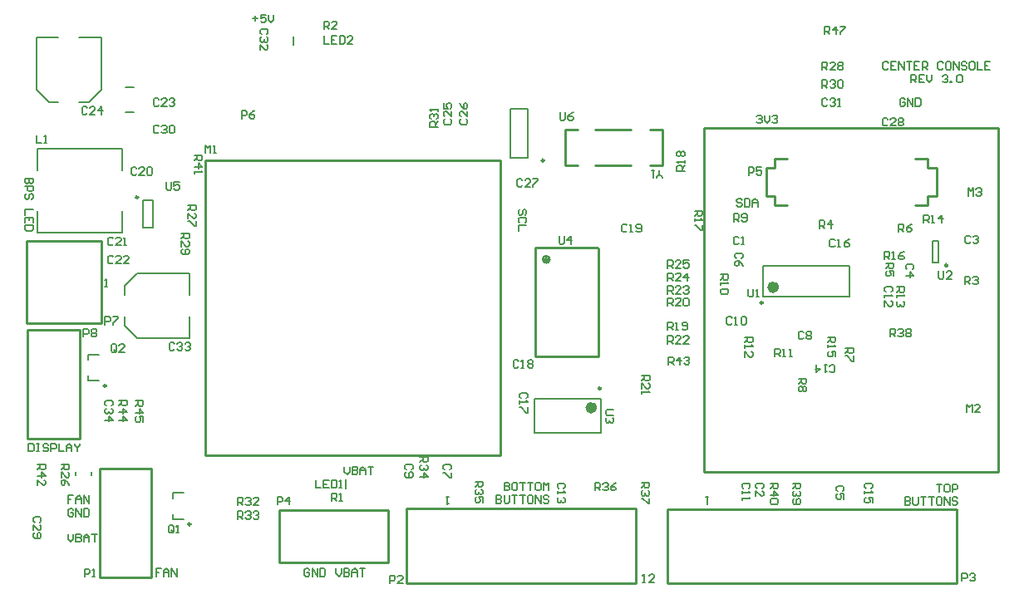
<source format=gto>
G04*
G04 #@! TF.GenerationSoftware,Altium Limited,Altium Designer,19.0.14 (431)*
G04*
G04 Layer_Color=65535*
%FSLAX25Y25*%
%MOIN*%
G70*
G01*
G75*
%ADD10C,0.00984*%
%ADD11C,0.02362*%
%ADD12C,0.01000*%
%ADD13C,0.00787*%
%ADD14C,0.00591*%
D10*
X210291Y174075D02*
G03*
X210291Y174075I-492J0D01*
G01*
X34744Y83661D02*
G03*
X34744Y83661I-492J0D01*
G01*
X372146Y131988D02*
G03*
X372146Y131988I-492J0D01*
G01*
X68602Y28150D02*
G03*
X68602Y28150I-492J0D01*
G01*
X233106Y82677D02*
G03*
X233106Y82677I-492J0D01*
G01*
X47539Y159350D02*
G03*
X47539Y159350I-492J0D01*
G01*
X298051Y116929D02*
G03*
X298051Y116929I-492J0D01*
G01*
D11*
X230449Y74902D02*
G03*
X230449Y74902I-1181J0D01*
G01*
X303405Y123228D02*
G03*
X303405Y123228I-1181J0D01*
G01*
D12*
X212541Y134370D02*
G03*
X212541Y134370I-1321J0D01*
G01*
X211614D02*
G03*
X211614Y134370I-394J0D01*
G01*
X218665Y172061D02*
X223665D01*
X218665Y186561D02*
X223665D01*
X218665Y172061D02*
Y186561D01*
X230665Y172061D02*
X245165D01*
X230665Y186561D02*
X245165D01*
X257665Y172061D02*
Y186561D01*
X252665Y172061D02*
X257665D01*
X252665Y186561D02*
X257665D01*
X3268Y90945D02*
Y106023D01*
X24134D01*
X3268Y62423D02*
X24134D01*
Y106023D01*
X3268Y62423D02*
Y94882D01*
X32008Y35433D02*
Y50511D01*
X52874D01*
X32008Y6911D02*
X52874D01*
Y50511D01*
X32008Y6911D02*
Y39370D01*
X367815Y159941D02*
Y170965D01*
X364272Y156004D02*
Y159941D01*
Y170965D02*
X367815D01*
X364272D02*
Y174902D01*
Y159941D02*
X367815D01*
X299311Y170965D02*
X302854D01*
Y156004D02*
Y159941D01*
X299311D02*
X302854D01*
Y170965D02*
Y174902D01*
X299311Y159941D02*
Y170965D01*
X359154Y174902D02*
X364272D01*
X359154Y156004D02*
X364272D01*
X302854Y174902D02*
X307972D01*
X302854Y156004D02*
X307972D01*
X375709Y4350D02*
Y34271D01*
X259764Y4350D02*
X375709D01*
X259764D02*
Y34271D01*
X375709D01*
X155118Y34468D02*
X247244D01*
X155118Y4547D02*
Y34468D01*
Y4547D02*
X247244D01*
Y34468D01*
X74412Y174016D02*
X74412Y55905D01*
X192913D01*
X192913Y174016D02*
X192913Y55905D01*
X74412Y174016D02*
X192913D01*
X115354Y12814D02*
X147813D01*
X104213Y33681D02*
X147813D01*
Y12814D02*
Y33681D01*
X104213Y12814D02*
Y33681D01*
Y12814D02*
X119291D01*
X32677Y108661D02*
Y141732D01*
X2756D02*
X32677D01*
X2756Y108661D02*
Y141732D01*
Y108661D02*
X32677D01*
X232087Y95591D02*
Y138898D01*
X206693Y95591D02*
X232087D01*
X206693D02*
Y139094D01*
X231890D01*
X274606Y49213D02*
Y187106D01*
Y49213D02*
X392618Y49213D01*
Y187106D01*
X274606D02*
X392618D01*
D13*
X196807Y194764D02*
X203894D01*
X196807Y175079D02*
X203894D01*
X196807D02*
Y194764D01*
X203894Y175079D02*
Y194764D01*
X27559Y94095D02*
Y96260D01*
X31890D01*
X27559Y85630D02*
Y87795D01*
Y85630D02*
X31890D01*
X42126Y119980D02*
Y123770D01*
X47096Y128740D01*
X42126Y107726D02*
X47096Y102756D01*
X42126Y107726D02*
Y111516D01*
X47096Y128740D02*
X68110D01*
Y119980D02*
Y128740D01*
Y102756D02*
Y111516D01*
X47096Y102756D02*
X68110D01*
X366142Y133071D02*
X368504D01*
X366142Y141732D02*
X368504D01*
Y133071D02*
Y141732D01*
X366142Y133071D02*
Y141732D01*
X61417Y38583D02*
Y40748D01*
X65748D01*
X61417Y30118D02*
Y32283D01*
Y30118D02*
X65748D01*
X41240Y144981D02*
Y153839D01*
X6988Y144981D02*
Y153839D01*
X41240Y169981D02*
Y178839D01*
X6988Y169981D02*
Y178839D01*
Y144981D02*
X41240D01*
X6988Y178839D02*
X41240D01*
X206433Y78445D02*
X233205D01*
X206433Y64665D02*
X233205D01*
Y78445D01*
X206433Y64665D02*
Y78445D01*
X49508Y158268D02*
X53445D01*
X49508Y147244D02*
X53445D01*
X49508D02*
Y158268D01*
X53445Y147244D02*
Y158268D01*
X11663Y197441D02*
X15453D01*
X6693Y202411D02*
X11663Y197441D01*
X27707D02*
X32677Y202411D01*
X23917Y197441D02*
X27707D01*
X6693Y202411D02*
Y223425D01*
X15453D01*
X23917D02*
X32677D01*
Y202411D02*
Y223425D01*
X22441Y47638D02*
Y49213D01*
X28937Y47638D02*
Y49213D01*
X42555Y203307D02*
X45705D01*
X42555Y193465D02*
X45705D01*
X298287Y119291D02*
X332933D01*
X298287Y131890D02*
X332933D01*
X298287Y119291D02*
Y131890D01*
X332933Y119291D02*
Y131890D01*
D14*
X130773Y42507D02*
Y46091D01*
X109760Y220302D02*
Y223887D01*
X367755Y44171D02*
X369854D01*
X368805D01*
Y41022D01*
X372478Y44171D02*
X371428D01*
X370904Y43646D01*
Y41547D01*
X371428Y41022D01*
X372478D01*
X373003Y41547D01*
Y43646D01*
X372478Y44171D01*
X374052Y41022D02*
Y44171D01*
X375626D01*
X376151Y43646D01*
Y42597D01*
X375626Y42072D01*
X374052D01*
X355161Y38975D02*
Y35827D01*
X356735D01*
X357260Y36351D01*
Y36876D01*
X356735Y37401D01*
X355161D01*
X356735D01*
X357260Y37926D01*
Y38451D01*
X356735Y38975D01*
X355161D01*
X358309D02*
Y36351D01*
X358834Y35827D01*
X359884D01*
X360408Y36351D01*
Y38975D01*
X361458D02*
X363557D01*
X362507D01*
Y35827D01*
X364606Y38975D02*
X366705D01*
X365656D01*
Y35827D01*
X369329Y38975D02*
X368280D01*
X367755Y38451D01*
Y36351D01*
X368280Y35827D01*
X369329D01*
X369854Y36351D01*
Y38451D01*
X369329Y38975D01*
X370904Y35827D02*
Y38975D01*
X373003Y35827D01*
Y38975D01*
X376151Y38451D02*
X375626Y38975D01*
X374577D01*
X374052Y38451D01*
Y37926D01*
X374577Y37401D01*
X375626D01*
X376151Y36876D01*
Y36351D01*
X375626Y35827D01*
X374577D01*
X374052Y36351D01*
X21587Y39626D02*
X19488D01*
Y38052D01*
X20538D01*
X19488D01*
Y36478D01*
X22637D02*
Y38577D01*
X23686Y39626D01*
X24736Y38577D01*
Y36478D01*
Y38052D01*
X22637D01*
X25785Y36478D02*
Y39626D01*
X27884Y36478D01*
Y39626D01*
X21587Y33906D02*
X21062Y34431D01*
X20013D01*
X19488Y33906D01*
Y31807D01*
X20013Y31282D01*
X21062D01*
X21587Y31807D01*
Y32856D01*
X20538D01*
X22637Y31282D02*
Y34431D01*
X24736Y31282D01*
Y34431D01*
X25785D02*
Y31282D01*
X27360D01*
X27884Y31807D01*
Y33906D01*
X27360Y34431D01*
X25785D01*
X5370Y166936D02*
X2222D01*
Y165362D01*
X2747Y164837D01*
X3271D01*
X3796Y165362D01*
Y166936D01*
Y165362D01*
X4321Y164837D01*
X4846D01*
X5370Y165362D01*
Y166936D01*
X2222Y163787D02*
X5370D01*
Y162213D01*
X4846Y161688D01*
X3796D01*
X3271Y162213D01*
Y163787D01*
X4846Y158540D02*
X5370Y159064D01*
Y160114D01*
X4846Y160639D01*
X4321D01*
X3796Y160114D01*
Y159064D01*
X3271Y158540D01*
X2747D01*
X2222Y159064D01*
Y160114D01*
X2747Y160639D01*
X5370Y154341D02*
X2222D01*
Y152243D01*
X5370Y149094D02*
Y151193D01*
X2222D01*
Y149094D01*
X3796Y151193D02*
Y150143D01*
X5370Y148044D02*
X2222D01*
Y146470D01*
X2747Y145945D01*
X4846D01*
X5370Y146470D01*
Y148044D01*
X194329Y44899D02*
Y41750D01*
X195904D01*
X196428Y42275D01*
Y42800D01*
X195904Y43325D01*
X194329D01*
X195904D01*
X196428Y43849D01*
Y44374D01*
X195904Y44899D01*
X194329D01*
X199052D02*
X198003D01*
X197478Y44374D01*
Y42275D01*
X198003Y41750D01*
X199052D01*
X199577Y42275D01*
Y44374D01*
X199052Y44899D01*
X200626D02*
X202726D01*
X201676D01*
Y41750D01*
X203775Y44899D02*
X205874D01*
X204824D01*
Y41750D01*
X208498Y44899D02*
X207448D01*
X206924Y44374D01*
Y42275D01*
X207448Y41750D01*
X208498D01*
X209023Y42275D01*
Y44374D01*
X208498Y44899D01*
X210072Y41750D02*
Y44899D01*
X211122Y43849D01*
X212171Y44899D01*
Y41750D01*
X191181Y39703D02*
Y36555D01*
X192755D01*
X193280Y37079D01*
Y37604D01*
X192755Y38129D01*
X191181D01*
X192755D01*
X193280Y38654D01*
Y39178D01*
X192755Y39703D01*
X191181D01*
X194329D02*
Y37079D01*
X194854Y36555D01*
X195904D01*
X196428Y37079D01*
Y39703D01*
X197478D02*
X199577D01*
X198527D01*
Y36555D01*
X200626Y39703D02*
X202726D01*
X201676D01*
Y36555D01*
X205349Y39703D02*
X204300D01*
X203775Y39178D01*
Y37079D01*
X204300Y36555D01*
X205349D01*
X205874Y37079D01*
Y39178D01*
X205349Y39703D01*
X206924Y36555D02*
Y39703D01*
X209023Y36555D01*
Y39703D01*
X212171Y39178D02*
X211647Y39703D01*
X210597D01*
X210072Y39178D01*
Y38654D01*
X210597Y38129D01*
X211647D01*
X212171Y37604D01*
Y37079D01*
X211647Y36555D01*
X210597D01*
X210072Y37079D01*
X348358Y213134D02*
X347834Y213659D01*
X346784D01*
X346259Y213134D01*
Y211035D01*
X346784Y210511D01*
X347834D01*
X348358Y211035D01*
X351507Y213659D02*
X349408D01*
Y210511D01*
X351507D01*
X349408Y212085D02*
X350457D01*
X352556Y210511D02*
Y213659D01*
X354656Y210511D01*
Y213659D01*
X355705D02*
X357804D01*
X356755D01*
Y210511D01*
X360953Y213659D02*
X358854D01*
Y210511D01*
X360953D01*
X358854Y212085D02*
X359903D01*
X362002Y210511D02*
Y213659D01*
X363577D01*
X364101Y213134D01*
Y212085D01*
X363577Y211560D01*
X362002D01*
X363052D02*
X364101Y210511D01*
X370398Y213134D02*
X369874Y213659D01*
X368824D01*
X368299Y213134D01*
Y211035D01*
X368824Y210511D01*
X369874D01*
X370398Y211035D01*
X373022Y213659D02*
X371973D01*
X371448Y213134D01*
Y211035D01*
X371973Y210511D01*
X373022D01*
X373547Y211035D01*
Y213134D01*
X373022Y213659D01*
X374597Y210511D02*
Y213659D01*
X376696Y210511D01*
Y213659D01*
X379844Y213134D02*
X379320Y213659D01*
X378270D01*
X377745Y213134D01*
Y212610D01*
X378270Y212085D01*
X379320D01*
X379844Y211560D01*
Y211035D01*
X379320Y210511D01*
X378270D01*
X377745Y211035D01*
X382468Y213659D02*
X381418D01*
X380894Y213134D01*
Y211035D01*
X381418Y210511D01*
X382468D01*
X382993Y211035D01*
Y213134D01*
X382468Y213659D01*
X384042D02*
Y210511D01*
X386141D01*
X389290Y213659D02*
X387191D01*
Y210511D01*
X389290D01*
X387191Y212085D02*
X388241D01*
X357542Y205315D02*
Y208464D01*
X359116D01*
X359641Y207939D01*
Y206889D01*
X359116Y206364D01*
X357542D01*
X358591D02*
X359641Y205315D01*
X362789Y208464D02*
X360690D01*
Y205315D01*
X362789D01*
X360690Y206889D02*
X361740D01*
X363839Y208464D02*
Y206364D01*
X364888Y205315D01*
X365938Y206364D01*
Y208464D01*
X370136Y207939D02*
X370661Y208464D01*
X371710D01*
X372235Y207939D01*
Y207414D01*
X371710Y206889D01*
X371186D01*
X371710D01*
X372235Y206364D01*
Y205840D01*
X371710Y205315D01*
X370661D01*
X370136Y205840D01*
X373285Y205315D02*
Y205840D01*
X373809D01*
Y205315D01*
X373285D01*
X375908Y207939D02*
X376433Y208464D01*
X377483D01*
X378008Y207939D01*
Y205840D01*
X377483Y205315D01*
X376433D01*
X375908Y205840D01*
Y207939D01*
X322835Y224791D02*
Y227940D01*
X324409D01*
X324934Y227415D01*
Y226366D01*
X324409Y225841D01*
X322835D01*
X323884D02*
X324934Y224791D01*
X327558D02*
Y227940D01*
X325983Y226366D01*
X328082D01*
X329132Y227940D02*
X331231D01*
Y227415D01*
X329132Y225316D01*
Y224791D01*
X56767Y10404D02*
X54668D01*
Y8830D01*
X55717D01*
X54668D01*
Y7256D01*
X57816D02*
Y9355D01*
X58866Y10404D01*
X59915Y9355D01*
Y7256D01*
Y8830D01*
X57816D01*
X60965Y7256D02*
Y10404D01*
X63064Y7256D01*
Y10404D01*
X3641Y60476D02*
Y57328D01*
X5216D01*
X5741Y57853D01*
Y59952D01*
X5216Y60476D01*
X3641D01*
X6790D02*
X7840D01*
X7315D01*
Y57328D01*
X6790D01*
X7840D01*
X11513Y59952D02*
X10988Y60476D01*
X9939D01*
X9414Y59952D01*
Y59427D01*
X9939Y58902D01*
X10988D01*
X11513Y58377D01*
Y57853D01*
X10988Y57328D01*
X9939D01*
X9414Y57853D01*
X12562Y57328D02*
Y60476D01*
X14137D01*
X14662Y59952D01*
Y58902D01*
X14137Y58377D01*
X12562D01*
X15711Y60476D02*
Y57328D01*
X17810D01*
X18860D02*
Y59427D01*
X19909Y60476D01*
X20959Y59427D01*
Y57328D01*
Y58902D01*
X18860D01*
X22008Y60476D02*
Y59952D01*
X23058Y58902D01*
X24107Y59952D01*
Y60476D01*
X23058Y58902D02*
Y57328D01*
X201616Y166108D02*
X201092Y166633D01*
X200042D01*
X199517Y166108D01*
Y164009D01*
X200042Y163484D01*
X201092D01*
X201616Y164009D01*
X204765Y163484D02*
X202666D01*
X204765Y165583D01*
Y166108D01*
X204240Y166633D01*
X203191D01*
X202666Y166108D01*
X205815Y166633D02*
X207914D01*
Y166108D01*
X205815Y164009D01*
Y163484D01*
X257665Y167004D02*
Y167529D01*
X256616Y168578D01*
X255566Y167529D01*
Y167004D01*
X256616Y168578D02*
Y170153D01*
X254517D02*
X253467D01*
X253992D01*
Y167004D01*
X254517Y167529D01*
X216732Y193409D02*
Y190785D01*
X217256Y190260D01*
X218306D01*
X218831Y190785D01*
Y193409D01*
X221979D02*
X220930Y192884D01*
X219880Y191835D01*
Y190785D01*
X220405Y190260D01*
X221455D01*
X221979Y190785D01*
Y191310D01*
X221455Y191835D01*
X219880D01*
X167772Y187524D02*
X164623D01*
Y189098D01*
X165148Y189623D01*
X166197D01*
X166722Y189098D01*
Y187524D01*
Y188574D02*
X167772Y189623D01*
X165148Y190673D02*
X164623Y191197D01*
Y192247D01*
X165148Y192772D01*
X165673D01*
X166197Y192247D01*
Y191722D01*
Y192247D01*
X166722Y192772D01*
X167247D01*
X167772Y192247D01*
Y191197D01*
X167247Y190673D01*
X167772Y193821D02*
Y194871D01*
Y194346D01*
X164623D01*
X165148Y193821D01*
X177010Y190701D02*
X176486Y190177D01*
Y189127D01*
X177010Y188602D01*
X179109D01*
X179634Y189127D01*
Y190177D01*
X179109Y190701D01*
X179634Y193850D02*
Y191751D01*
X177535Y193850D01*
X177010D01*
X176486Y193325D01*
Y192276D01*
X177010Y191751D01*
X176486Y196999D02*
X177010Y195949D01*
X178060Y194899D01*
X179109D01*
X179634Y195424D01*
Y196474D01*
X179109Y196999D01*
X178585D01*
X178060Y196474D01*
Y194899D01*
X170605Y190701D02*
X170080Y190177D01*
Y189127D01*
X170605Y188602D01*
X172704D01*
X173228Y189127D01*
Y190177D01*
X172704Y190701D01*
X173228Y193850D02*
Y191751D01*
X171129Y193850D01*
X170605D01*
X170080Y193325D01*
Y192276D01*
X170605Y191751D01*
X170080Y196999D02*
Y194899D01*
X171654D01*
X171129Y195949D01*
Y196474D01*
X171654Y196999D01*
X172704D01*
X173228Y196474D01*
Y195424D01*
X172704Y194899D01*
X380432Y159846D02*
Y162994D01*
X381482Y161945D01*
X382531Y162994D01*
Y159846D01*
X383581Y162469D02*
X384105Y162994D01*
X385155D01*
X385680Y162469D01*
Y161945D01*
X385155Y161420D01*
X384630D01*
X385155D01*
X385680Y160895D01*
Y160370D01*
X385155Y159846D01*
X384105D01*
X383581Y160370D01*
X379921Y73102D02*
Y76250D01*
X380971Y75201D01*
X382020Y76250D01*
Y73102D01*
X385169D02*
X383070D01*
X385169Y75201D01*
Y75725D01*
X384644Y76250D01*
X383595D01*
X383070Y75725D01*
X276299Y39192D02*
X275250D01*
X275775D01*
Y36044D01*
X276299Y36569D01*
X249843Y4813D02*
X250892D01*
X250367D01*
Y7962D01*
X249843Y7437D01*
X254565Y4813D02*
X252466D01*
X254565Y6912D01*
Y7437D01*
X254041Y7962D01*
X252991D01*
X252466Y7437D01*
X172047Y39192D02*
X170998D01*
X171522D01*
Y36044D01*
X172047Y36569D01*
X34252Y123409D02*
X35302D01*
X34777D01*
Y126558D01*
X34252Y126033D01*
X130271Y51251D02*
Y49152D01*
X131320Y48103D01*
X132370Y49152D01*
Y51251D01*
X133419D02*
Y48103D01*
X134993D01*
X135518Y48628D01*
Y49152D01*
X134993Y49677D01*
X133419D01*
X134993D01*
X135518Y50202D01*
Y50727D01*
X134993Y51251D01*
X133419D01*
X136568Y48103D02*
Y50202D01*
X137617Y51251D01*
X138667Y50202D01*
Y48103D01*
Y49677D01*
X136568D01*
X139716Y51251D02*
X141815D01*
X140766D01*
Y48103D01*
X19488Y24211D02*
Y22111D01*
X20538Y21062D01*
X21587Y22111D01*
Y24211D01*
X22637D02*
Y21062D01*
X24211D01*
X24736Y21587D01*
Y22111D01*
X24211Y22636D01*
X22637D01*
X24211D01*
X24736Y23161D01*
Y23686D01*
X24211Y24211D01*
X22637D01*
X25785Y21062D02*
Y23161D01*
X26835Y24211D01*
X27884Y23161D01*
Y21062D01*
Y22636D01*
X25785D01*
X28934Y24211D02*
X31033D01*
X29983D01*
Y21062D01*
X116272Y9880D02*
X115747Y10404D01*
X114698D01*
X114173Y9880D01*
Y7781D01*
X114698Y7256D01*
X115747D01*
X116272Y7781D01*
Y8830D01*
X115223D01*
X117322Y7256D02*
Y10404D01*
X119421Y7256D01*
Y10404D01*
X120470D02*
Y7256D01*
X122045D01*
X122570Y7781D01*
Y9880D01*
X122045Y10404D01*
X120470D01*
X126969D02*
Y8305D01*
X128018Y7256D01*
X129068Y8305D01*
Y10404D01*
X130117D02*
Y7256D01*
X131691D01*
X132216Y7781D01*
Y8305D01*
X131691Y8830D01*
X130117D01*
X131691D01*
X132216Y9355D01*
Y9880D01*
X131691Y10404D01*
X130117D01*
X133266Y7256D02*
Y9355D01*
X134315Y10404D01*
X135365Y9355D01*
Y7256D01*
Y8830D01*
X133266D01*
X136414Y10404D02*
X138513D01*
X137464D01*
Y7256D01*
X46405Y77658D02*
X49553D01*
Y76083D01*
X49029Y75558D01*
X47979D01*
X47454Y76083D01*
Y77658D01*
Y76608D02*
X46405Y75558D01*
Y72935D02*
X49553D01*
X47979Y74509D01*
Y72410D01*
X49553Y69261D02*
Y71360D01*
X47979D01*
X48504Y70311D01*
Y69786D01*
X47979Y69261D01*
X46930D01*
X46405Y69786D01*
Y70836D01*
X46930Y71360D01*
X39920Y77756D02*
X43069D01*
Y76182D01*
X42544Y75657D01*
X41495D01*
X40970Y76182D01*
Y77756D01*
Y76706D02*
X39920Y75657D01*
Y73033D02*
X43069D01*
X41495Y74607D01*
Y72508D01*
X39920Y69884D02*
X43069D01*
X41495Y71459D01*
Y69360D01*
X38880Y97715D02*
Y99814D01*
X38355Y100339D01*
X37305D01*
X36781Y99814D01*
Y97715D01*
X37305Y97190D01*
X38355D01*
X37830Y98240D02*
X38880Y97190D01*
X38355D02*
X38880Y97715D01*
X42028Y97190D02*
X39929D01*
X42028Y99289D01*
Y99814D01*
X41504Y100339D01*
X40454D01*
X39929Y99814D01*
X25607Y103373D02*
Y106522D01*
X27181D01*
X27706Y105997D01*
Y104948D01*
X27181Y104423D01*
X25607D01*
X28756Y105997D02*
X29280Y106522D01*
X30330D01*
X30854Y105997D01*
Y105472D01*
X30330Y104948D01*
X30854Y104423D01*
Y103898D01*
X30330Y103373D01*
X29280D01*
X28756Y103898D01*
Y104423D01*
X29280Y104948D01*
X28756Y105472D01*
Y105997D01*
X29280Y104948D02*
X30330D01*
X36876Y75657D02*
X37400Y76182D01*
Y77231D01*
X36876Y77756D01*
X34777D01*
X34252Y77231D01*
Y76182D01*
X34777Y75657D01*
X36876Y74607D02*
X37400Y74083D01*
Y73033D01*
X36876Y72508D01*
X36351D01*
X35826Y73033D01*
Y73558D01*
Y73033D01*
X35302Y72508D01*
X34777D01*
X34252Y73033D01*
Y74083D01*
X34777Y74607D01*
X34252Y69884D02*
X37400D01*
X35826Y71459D01*
Y69360D01*
X70079Y176181D02*
X73227D01*
Y174607D01*
X72703Y174082D01*
X71653D01*
X71128Y174607D01*
Y176181D01*
Y175132D02*
X70079Y174082D01*
Y171458D02*
X73227D01*
X71653Y173032D01*
Y170933D01*
X70079Y169884D02*
Y168834D01*
Y169359D01*
X73227D01*
X72703Y169884D01*
X62148Y100459D02*
X61623Y100983D01*
X60574D01*
X60049Y100459D01*
Y98359D01*
X60574Y97835D01*
X61623D01*
X62148Y98359D01*
X63198Y100459D02*
X63722Y100983D01*
X64772D01*
X65297Y100459D01*
Y99934D01*
X64772Y99409D01*
X64247D01*
X64772D01*
X65297Y98884D01*
Y98359D01*
X64772Y97835D01*
X63722D01*
X63198Y98359D01*
X66346Y100459D02*
X66871Y100983D01*
X67921D01*
X68445Y100459D01*
Y99934D01*
X67921Y99409D01*
X67396D01*
X67921D01*
X68445Y98884D01*
Y98359D01*
X67921Y97835D01*
X66871D01*
X66346Y98359D01*
X160630Y55103D02*
X163778D01*
Y53528D01*
X163254Y53004D01*
X162204D01*
X161679Y53528D01*
Y55103D01*
Y54053D02*
X160630Y53004D01*
X163254Y51954D02*
X163778Y51429D01*
Y50380D01*
X163254Y49855D01*
X162729D01*
X162204Y50380D01*
Y50905D01*
Y50380D01*
X161679Y49855D01*
X161155D01*
X160630Y50380D01*
Y51429D01*
X161155Y51954D01*
X160630Y47231D02*
X163778D01*
X162204Y48806D01*
Y46707D01*
X182677Y45276D02*
X185826D01*
Y43701D01*
X185301Y43176D01*
X184251D01*
X183727Y43701D01*
Y45276D01*
Y44226D02*
X182677Y43176D01*
X185301Y42127D02*
X185826Y41602D01*
Y40553D01*
X185301Y40028D01*
X184776D01*
X184251Y40553D01*
Y41078D01*
Y40553D01*
X183727Y40028D01*
X183202D01*
X182677Y40553D01*
Y41602D01*
X183202Y42127D01*
X185826Y36879D02*
Y38978D01*
X184251D01*
X184776Y37929D01*
Y37404D01*
X184251Y36879D01*
X183202D01*
X182677Y37404D01*
Y38454D01*
X183202Y38978D01*
X230760Y41654D02*
Y44802D01*
X232334D01*
X232859Y44277D01*
Y43228D01*
X232334Y42703D01*
X230760D01*
X231809D02*
X232859Y41654D01*
X233908Y44277D02*
X234433Y44802D01*
X235483D01*
X236007Y44277D01*
Y43753D01*
X235483Y43228D01*
X234958D01*
X235483D01*
X236007Y42703D01*
Y42178D01*
X235483Y41654D01*
X234433D01*
X233908Y42178D01*
X239156Y44802D02*
X238106Y44277D01*
X237057Y43228D01*
Y42178D01*
X237582Y41654D01*
X238631D01*
X239156Y42178D01*
Y42703D01*
X238631Y43228D01*
X237057D01*
X249370Y44869D02*
X252519D01*
Y43294D01*
X251994Y42770D01*
X250944D01*
X250420Y43294D01*
Y44869D01*
Y43819D02*
X249370Y42770D01*
X251994Y41720D02*
X252519Y41195D01*
Y40146D01*
X251994Y39621D01*
X251469D01*
X250944Y40146D01*
Y40670D01*
Y40146D01*
X250420Y39621D01*
X249895D01*
X249370Y40146D01*
Y41195D01*
X249895Y41720D01*
X252519Y38572D02*
Y36472D01*
X251994D01*
X249895Y38572D01*
X249370D01*
X349106Y103347D02*
Y106495D01*
X350681D01*
X351205Y105970D01*
Y104921D01*
X350681Y104396D01*
X349106D01*
X350156D02*
X351205Y103347D01*
X352255Y105970D02*
X352780Y106495D01*
X353829D01*
X354354Y105970D01*
Y105446D01*
X353829Y104921D01*
X353305D01*
X353829D01*
X354354Y104396D01*
Y103871D01*
X353829Y103347D01*
X352780D01*
X352255Y103871D01*
X355403Y105970D02*
X355928Y106495D01*
X356978D01*
X357503Y105970D01*
Y105446D01*
X356978Y104921D01*
X357503Y104396D01*
Y103871D01*
X356978Y103347D01*
X355928D01*
X355403Y103871D01*
Y104396D01*
X355928Y104921D01*
X355403Y105446D01*
Y105970D01*
X355928Y104921D02*
X356978D01*
X310039Y44604D02*
X313188D01*
Y43030D01*
X312663Y42505D01*
X311614D01*
X311089Y43030D01*
Y44604D01*
Y43554D02*
X310039Y42505D01*
X312663Y41455D02*
X313188Y40931D01*
Y39881D01*
X312663Y39356D01*
X312138D01*
X311614Y39881D01*
Y40406D01*
Y39881D01*
X311089Y39356D01*
X310564D01*
X310039Y39881D01*
Y40931D01*
X310564Y41455D01*
Y38307D02*
X310039Y37782D01*
Y36733D01*
X310564Y36208D01*
X312663D01*
X313188Y36733D01*
Y37782D01*
X312663Y38307D01*
X312138D01*
X311614Y37782D01*
Y36208D01*
X301064Y44604D02*
X304212D01*
Y43030D01*
X303688Y42505D01*
X302638D01*
X302113Y43030D01*
Y44604D01*
Y43554D02*
X301064Y42505D01*
Y39881D02*
X304212D01*
X302638Y41455D01*
Y39356D01*
X303688Y38307D02*
X304212Y37782D01*
Y36733D01*
X303688Y36208D01*
X301589D01*
X301064Y36733D01*
Y37782D01*
X301589Y38307D01*
X303688D01*
X260236Y92126D02*
Y95275D01*
X261810D01*
X262335Y94750D01*
Y93700D01*
X261810Y93176D01*
X260236D01*
X261286D02*
X262335Y92126D01*
X264959D02*
Y95275D01*
X263385Y93700D01*
X265484D01*
X266533Y94750D02*
X267058Y95275D01*
X268108D01*
X268633Y94750D01*
Y94225D01*
X268108Y93700D01*
X267583D01*
X268108D01*
X268633Y93176D01*
Y92651D01*
X268108Y92126D01*
X267058D01*
X266533Y92651D01*
X7240Y52165D02*
X10388D01*
Y50591D01*
X9864Y50066D01*
X8814D01*
X8289Y50591D01*
Y52165D01*
Y51116D02*
X7240Y50066D01*
Y47442D02*
X10388D01*
X8814Y49017D01*
Y46918D01*
X7240Y43769D02*
Y45868D01*
X9339Y43769D01*
X9864D01*
X10388Y44294D01*
Y45343D01*
X9864Y45868D01*
X34252Y108268D02*
Y111416D01*
X35826D01*
X36351Y110892D01*
Y109842D01*
X35826Y109317D01*
X34252D01*
X37400Y111416D02*
X39500D01*
Y110892D01*
X37400Y108792D01*
Y108268D01*
X99080Y224742D02*
X99605Y225267D01*
Y226316D01*
X99080Y226841D01*
X96982D01*
X96457Y226316D01*
Y225267D01*
X96982Y224742D01*
X99080Y223692D02*
X99605Y223168D01*
Y222118D01*
X99080Y221593D01*
X98556D01*
X98031Y222118D01*
Y222643D01*
Y222118D01*
X97506Y221593D01*
X96982D01*
X96457Y222118D01*
Y223168D01*
X96982Y223692D01*
X96457Y218445D02*
Y220544D01*
X98556Y218445D01*
X99080D01*
X99605Y218970D01*
Y220019D01*
X99080Y220544D01*
X202728Y152232D02*
X203253Y152756D01*
Y153806D01*
X202728Y154331D01*
X202203D01*
X201679Y153806D01*
Y152756D01*
X201154Y152232D01*
X200629D01*
X200104Y152756D01*
Y153806D01*
X200629Y154331D01*
X202728Y149083D02*
X203253Y149608D01*
Y150657D01*
X202728Y151182D01*
X200629D01*
X200104Y150657D01*
Y149608D01*
X200629Y149083D01*
X203253Y148033D02*
X200104D01*
Y145934D01*
X289717Y158199D02*
X289192Y158724D01*
X288142D01*
X287618Y158199D01*
Y157675D01*
X288142Y157150D01*
X289192D01*
X289717Y156625D01*
Y156100D01*
X289192Y155576D01*
X288142D01*
X287618Y156100D01*
X290766Y158724D02*
Y155576D01*
X292341D01*
X292865Y156100D01*
Y158199D01*
X292341Y158724D01*
X290766D01*
X293915Y155576D02*
Y157675D01*
X294964Y158724D01*
X296014Y157675D01*
Y155576D01*
Y157150D01*
X293915D01*
X93504Y231013D02*
X95603D01*
X94554Y232062D02*
Y229963D01*
X98752Y232587D02*
X96653D01*
Y231013D01*
X97702Y231538D01*
X98227D01*
X98752Y231013D01*
Y229963D01*
X98227Y229439D01*
X97177D01*
X96653Y229963D01*
X99801Y232587D02*
Y230488D01*
X100851Y229439D01*
X101900Y230488D01*
Y232587D01*
X295550Y191687D02*
X296075Y192212D01*
X297124D01*
X297649Y191687D01*
Y191163D01*
X297124Y190638D01*
X296600D01*
X297124D01*
X297649Y190113D01*
Y189588D01*
X297124Y189064D01*
X296075D01*
X295550Y189588D01*
X298699Y192212D02*
Y190113D01*
X299748Y189064D01*
X300798Y190113D01*
Y192212D01*
X301847Y191687D02*
X302372Y192212D01*
X303421D01*
X303946Y191687D01*
Y191163D01*
X303421Y190638D01*
X302897D01*
X303421D01*
X303946Y190113D01*
Y189588D01*
X303421Y189064D01*
X302372D01*
X301847Y189588D01*
X355093Y198490D02*
X354568Y199015D01*
X353519D01*
X352994Y198490D01*
Y196391D01*
X353519Y195866D01*
X354568D01*
X355093Y196391D01*
Y197441D01*
X354044D01*
X356142Y195866D02*
Y199015D01*
X358242Y195866D01*
Y199015D01*
X359291D02*
Y195866D01*
X360865D01*
X361390Y196391D01*
Y198490D01*
X360865Y199015D01*
X359291D01*
X323949Y198490D02*
X323425Y199015D01*
X322375D01*
X321850Y198490D01*
Y196391D01*
X322375Y195866D01*
X323425D01*
X323949Y196391D01*
X324999Y198490D02*
X325524Y199015D01*
X326573D01*
X327098Y198490D01*
Y197965D01*
X326573Y197441D01*
X326048D01*
X326573D01*
X327098Y196916D01*
Y196391D01*
X326573Y195866D01*
X325524D01*
X324999Y196391D01*
X328148Y195866D02*
X329197D01*
X328672D01*
Y199015D01*
X328148Y198490D01*
X55839Y187663D02*
X55314Y188188D01*
X54265D01*
X53740Y187663D01*
Y185564D01*
X54265Y185039D01*
X55314D01*
X55839Y185564D01*
X56889Y187663D02*
X57414Y188188D01*
X58463D01*
X58988Y187663D01*
Y187138D01*
X58463Y186614D01*
X57938D01*
X58463D01*
X58988Y186089D01*
Y185564D01*
X58463Y185039D01*
X57414D01*
X56889Y185564D01*
X60037Y187663D02*
X60562Y188188D01*
X61612D01*
X62136Y187663D01*
Y185564D01*
X61612Y185039D01*
X60562D01*
X60037Y185564D01*
Y187663D01*
X74530Y177075D02*
Y180223D01*
X75579Y179174D01*
X76629Y180223D01*
Y177075D01*
X77679D02*
X78728D01*
X78203D01*
Y180223D01*
X77679Y179699D01*
X87441Y30183D02*
Y33332D01*
X89016D01*
X89540Y32807D01*
Y31757D01*
X89016Y31233D01*
X87441D01*
X88491D02*
X89540Y30183D01*
X90590Y32807D02*
X91115Y33332D01*
X92164D01*
X92689Y32807D01*
Y32282D01*
X92164Y31757D01*
X91640D01*
X92164D01*
X92689Y31233D01*
Y30708D01*
X92164Y30183D01*
X91115D01*
X90590Y30708D01*
X93739Y32807D02*
X94263Y33332D01*
X95313D01*
X95838Y32807D01*
Y32282D01*
X95313Y31757D01*
X94788D01*
X95313D01*
X95838Y31233D01*
Y30708D01*
X95313Y30183D01*
X94263D01*
X93739Y30708D01*
X87469Y35759D02*
Y38908D01*
X89043D01*
X89568Y38383D01*
Y37334D01*
X89043Y36809D01*
X87469D01*
X88519D02*
X89568Y35759D01*
X90618Y38383D02*
X91142Y38908D01*
X92192D01*
X92717Y38383D01*
Y37858D01*
X92192Y37334D01*
X91667D01*
X92192D01*
X92717Y36809D01*
Y36284D01*
X92192Y35759D01*
X91142D01*
X90618Y36284D01*
X95865Y35759D02*
X93766D01*
X95865Y37858D01*
Y38383D01*
X95341Y38908D01*
X94291D01*
X93766Y38383D01*
X61764Y25150D02*
Y27249D01*
X61240Y27774D01*
X60190D01*
X59665Y27249D01*
Y25150D01*
X60190Y24625D01*
X61240D01*
X60715Y25675D02*
X61764Y24625D01*
X61240D02*
X61764Y25150D01*
X62814Y24625D02*
X63863D01*
X63339D01*
Y27774D01*
X62814Y27249D01*
X8081Y28905D02*
X8606Y29430D01*
Y30479D01*
X8081Y31004D01*
X5982D01*
X5457Y30479D01*
Y29430D01*
X5982Y28905D01*
X5457Y25756D02*
Y27855D01*
X7557Y25756D01*
X8081D01*
X8606Y26281D01*
Y27331D01*
X8081Y27855D01*
X5982Y24707D02*
X5457Y24182D01*
Y23133D01*
X5982Y22608D01*
X8081D01*
X8606Y23133D01*
Y24182D01*
X8081Y24707D01*
X7557D01*
X7032Y24182D01*
Y22608D01*
X348171Y190584D02*
X347647Y191109D01*
X346597D01*
X346073Y190584D01*
Y188485D01*
X346597Y187960D01*
X347647D01*
X348171Y188485D01*
X351320Y187960D02*
X349221D01*
X351320Y190059D01*
Y190584D01*
X350795Y191109D01*
X349746D01*
X349221Y190584D01*
X352370D02*
X352894Y191109D01*
X353944D01*
X354469Y190584D01*
Y190059D01*
X353944Y189535D01*
X354469Y189010D01*
Y188485D01*
X353944Y187960D01*
X352894D01*
X352370Y188485D01*
Y189010D01*
X352894Y189535D01*
X352370Y190059D01*
Y190584D01*
X352894Y189535D02*
X353944D01*
X362598Y149124D02*
Y152272D01*
X364173D01*
X364698Y151748D01*
Y150698D01*
X364173Y150173D01*
X362598D01*
X363648D02*
X364698Y149124D01*
X365747D02*
X366796D01*
X366272D01*
Y152272D01*
X365747Y151748D01*
X369945Y149124D02*
Y152272D01*
X368371Y150698D01*
X370470D01*
X286417Y149493D02*
Y152642D01*
X287992D01*
X288516Y152117D01*
Y151067D01*
X287992Y150543D01*
X286417D01*
X287467D02*
X288516Y149493D01*
X289566Y150018D02*
X290091Y149493D01*
X291140D01*
X291665Y150018D01*
Y152117D01*
X291140Y152642D01*
X290091D01*
X289566Y152117D01*
Y151592D01*
X290091Y151067D01*
X291665D01*
X312446Y86614D02*
X315595D01*
Y85040D01*
X315070Y84515D01*
X314020D01*
X313495Y85040D01*
Y86614D01*
Y85565D02*
X312446Y84515D01*
X315070Y83466D02*
X315595Y82941D01*
Y81891D01*
X315070Y81366D01*
X314545D01*
X314020Y81891D01*
X313495Y81366D01*
X312971D01*
X312446Y81891D01*
Y82941D01*
X312971Y83466D01*
X313495D01*
X314020Y82941D01*
X314545Y83466D01*
X315070D01*
X314020Y82941D02*
Y81891D01*
X331169Y98786D02*
X334317D01*
Y97212D01*
X333792Y96687D01*
X332743D01*
X332218Y97212D01*
Y98786D01*
Y97737D02*
X331169Y96687D01*
X334317Y95638D02*
Y93538D01*
X333792D01*
X331693Y95638D01*
X331169D01*
X352539Y145473D02*
Y148621D01*
X354114D01*
X354639Y148096D01*
Y147047D01*
X354114Y146522D01*
X352539D01*
X353589D02*
X354639Y145473D01*
X357787Y148621D02*
X356738Y148096D01*
X355688Y147047D01*
Y145997D01*
X356213Y145473D01*
X357262D01*
X357787Y145997D01*
Y146522D01*
X357262Y147047D01*
X355688D01*
X347372Y132874D02*
X350521D01*
Y131300D01*
X349996Y130775D01*
X348947D01*
X348422Y131300D01*
Y132874D01*
Y131825D02*
X347372Y130775D01*
X350521Y127626D02*
Y129725D01*
X348947D01*
X349471Y128676D01*
Y128151D01*
X348947Y127626D01*
X347897D01*
X347372Y128151D01*
Y129201D01*
X347897Y129725D01*
X320866Y146881D02*
Y150030D01*
X322440D01*
X322965Y149505D01*
Y148456D01*
X322440Y147931D01*
X320866D01*
X321916D02*
X322965Y146881D01*
X325589D02*
Y150030D01*
X324015Y148456D01*
X326114D01*
X341519Y42487D02*
X342044Y43012D01*
Y44062D01*
X341519Y44587D01*
X339420D01*
X338895Y44062D01*
Y43012D01*
X339420Y42487D01*
X338895Y41438D02*
Y40389D01*
Y40913D01*
X342044D01*
X341519Y41438D01*
X342044Y36715D02*
Y38814D01*
X340470D01*
X340994Y37765D01*
Y37240D01*
X340470Y36715D01*
X339420D01*
X338895Y37240D01*
Y38289D01*
X339420Y38814D01*
X218281Y42505D02*
X218806Y43030D01*
Y44079D01*
X218281Y44604D01*
X216182D01*
X215658Y44079D01*
Y43030D01*
X216182Y42505D01*
X215658Y41455D02*
Y40406D01*
Y40931D01*
X218806D01*
X218281Y41455D01*
Y38831D02*
X218806Y38307D01*
Y37257D01*
X218281Y36733D01*
X217757D01*
X217232Y37257D01*
Y37782D01*
Y37257D01*
X216707Y36733D01*
X216182D01*
X215658Y37257D01*
Y38307D01*
X216182Y38831D01*
X292403Y42505D02*
X292928Y43030D01*
Y44079D01*
X292403Y44604D01*
X290304D01*
X289779Y44079D01*
Y43030D01*
X290304Y42505D01*
X289779Y41455D02*
Y40406D01*
Y40931D01*
X292928D01*
X292403Y41455D01*
X289779Y38831D02*
Y37782D01*
Y38307D01*
X292928D01*
X292403Y38831D01*
X157151Y50079D02*
X157676Y50604D01*
Y51653D01*
X157151Y52178D01*
X155052D01*
X154528Y51653D01*
Y50604D01*
X155052Y50079D01*
Y49030D02*
X154528Y48505D01*
Y47455D01*
X155052Y46931D01*
X157151D01*
X157676Y47455D01*
Y48505D01*
X157151Y49030D01*
X156627D01*
X156102Y48505D01*
Y46931D01*
X172568Y49991D02*
X173093Y50515D01*
Y51565D01*
X172568Y52090D01*
X170469D01*
X169945Y51565D01*
Y50515D01*
X170469Y49991D01*
X173093Y48941D02*
Y46842D01*
X172568D01*
X170469Y48941D01*
X169945D01*
X330092Y41344D02*
X330617Y41869D01*
Y42918D01*
X330092Y43443D01*
X327993D01*
X327468Y42918D01*
Y41869D01*
X327993Y41344D01*
X330617Y38195D02*
Y40295D01*
X329043D01*
X329567Y39245D01*
Y38720D01*
X329043Y38195D01*
X327993D01*
X327468Y38720D01*
Y39770D01*
X327993Y40295D01*
X297919Y42505D02*
X298444Y43030D01*
Y44079D01*
X297919Y44604D01*
X295820D01*
X295295Y44079D01*
Y43030D01*
X295820Y42505D01*
X295295Y39356D02*
Y41455D01*
X297394Y39356D01*
X297919D01*
X298444Y39881D01*
Y40931D01*
X297919Y41455D01*
X122047Y223995D02*
Y220847D01*
X124146D01*
X127295Y223995D02*
X125196D01*
Y220847D01*
X127295D01*
X125196Y222421D02*
X126245D01*
X128344Y223995D02*
Y220847D01*
X129919D01*
X130444Y221372D01*
Y223471D01*
X129919Y223995D01*
X128344D01*
X133592Y220847D02*
X131493D01*
X133592Y222946D01*
Y223471D01*
X133067Y223995D01*
X132018D01*
X131493Y223471D01*
X16732Y52165D02*
X19881D01*
Y50591D01*
X19356Y50066D01*
X18307D01*
X17782Y50591D01*
Y52165D01*
Y51116D02*
X16732Y50066D01*
Y46918D02*
Y49017D01*
X18831Y46918D01*
X19356D01*
X19881Y47442D01*
Y48492D01*
X19356Y49017D01*
X19881Y43769D02*
X19356Y44819D01*
X18307Y45868D01*
X17257D01*
X16732Y45343D01*
Y44294D01*
X17257Y43769D01*
X17782D01*
X18307Y44294D01*
Y45868D01*
X259939Y130874D02*
Y134022D01*
X261513D01*
X262038Y133498D01*
Y132448D01*
X261513Y131923D01*
X259939D01*
X260988D02*
X262038Y130874D01*
X265186D02*
X263087D01*
X265186Y132973D01*
Y133498D01*
X264662Y134022D01*
X263612D01*
X263087Y133498D01*
X268335Y134022D02*
X266236D01*
Y132448D01*
X267285Y132973D01*
X267810D01*
X268335Y132448D01*
Y131399D01*
X267810Y130874D01*
X266761D01*
X266236Y131399D01*
X259939Y125680D02*
Y128828D01*
X261513D01*
X262038Y128303D01*
Y127254D01*
X261513Y126729D01*
X259939D01*
X260988D02*
X262038Y125680D01*
X265186D02*
X263087D01*
X265186Y127779D01*
Y128303D01*
X264662Y128828D01*
X263612D01*
X263087Y128303D01*
X267810Y125680D02*
Y128828D01*
X266236Y127254D01*
X268335D01*
X259939Y120611D02*
Y123759D01*
X261513D01*
X262038Y123235D01*
Y122185D01*
X261513Y121660D01*
X259939D01*
X260988D02*
X262038Y120611D01*
X265186D02*
X263087D01*
X265186Y122710D01*
Y123235D01*
X264662Y123759D01*
X263612D01*
X263087Y123235D01*
X266236D02*
X266761Y123759D01*
X267810D01*
X268335Y123235D01*
Y122710D01*
X267810Y122185D01*
X267285D01*
X267810D01*
X268335Y121660D01*
Y121136D01*
X267810Y120611D01*
X266761D01*
X266236Y121136D01*
X259939Y100546D02*
Y103695D01*
X261513D01*
X262038Y103170D01*
Y102120D01*
X261513Y101596D01*
X259939D01*
X260988D02*
X262038Y100546D01*
X265186D02*
X263087D01*
X265186Y102645D01*
Y103170D01*
X264662Y103695D01*
X263612D01*
X263087Y103170D01*
X268335Y100546D02*
X266236D01*
X268335Y102645D01*
Y103170D01*
X267810Y103695D01*
X266761D01*
X266236Y103170D01*
X249507Y87795D02*
X252655D01*
Y86221D01*
X252131Y85696D01*
X251081D01*
X250556Y86221D01*
Y87795D01*
Y86746D02*
X249507Y85696D01*
Y82548D02*
Y84647D01*
X251606Y82548D01*
X252131D01*
X252655Y83072D01*
Y84122D01*
X252131Y84647D01*
X249507Y81498D02*
Y80449D01*
Y80973D01*
X252655D01*
X252131Y81498D01*
X259939Y115748D02*
Y118897D01*
X261513D01*
X262038Y118372D01*
Y117322D01*
X261513Y116798D01*
X259939D01*
X260988D02*
X262038Y115748D01*
X265186D02*
X263087D01*
X265186Y117847D01*
Y118372D01*
X264662Y118897D01*
X263612D01*
X263087Y118372D01*
X266236D02*
X266761Y118897D01*
X267810D01*
X268335Y118372D01*
Y116273D01*
X267810Y115748D01*
X266761D01*
X266236Y116273D01*
Y118372D01*
X259939Y106063D02*
Y109212D01*
X261513D01*
X262038Y108687D01*
Y107637D01*
X261513Y107113D01*
X259939D01*
X260988D02*
X262038Y106063D01*
X263087D02*
X264137D01*
X263612D01*
Y109212D01*
X263087Y108687D01*
X265711Y106588D02*
X266236Y106063D01*
X267285D01*
X267810Y106588D01*
Y108687D01*
X267285Y109212D01*
X266236D01*
X265711Y108687D01*
Y108162D01*
X266236Y107637D01*
X267810D01*
X122047Y226775D02*
Y229923D01*
X123621D01*
X124146Y229399D01*
Y228349D01*
X123621Y227824D01*
X122047D01*
X123097D02*
X124146Y226775D01*
X127295D02*
X125196D01*
X127295Y228874D01*
Y229399D01*
X126770Y229923D01*
X125721D01*
X125196Y229399D01*
X125135Y37382D02*
Y40530D01*
X126710D01*
X127234Y40006D01*
Y38956D01*
X126710Y38431D01*
X125135D01*
X126185D02*
X127234Y37382D01*
X128284D02*
X129333D01*
X128809D01*
Y40530D01*
X128284Y40006D01*
X118791Y45825D02*
Y42677D01*
X120890D01*
X124039Y45825D02*
X121940D01*
Y42677D01*
X124039D01*
X121940Y44251D02*
X122989D01*
X125089Y45825D02*
Y42677D01*
X126663D01*
X127188Y43202D01*
Y45301D01*
X126663Y45825D01*
X125089D01*
X128237Y42677D02*
X129287D01*
X128762D01*
Y45825D01*
X128237Y45301D01*
X58789Y165344D02*
Y162720D01*
X59313Y162195D01*
X60363D01*
X60888Y162720D01*
Y165344D01*
X64036D02*
X61937D01*
Y163770D01*
X62987Y164294D01*
X63511D01*
X64036Y163770D01*
Y162720D01*
X63511Y162195D01*
X62462D01*
X61937Y162720D01*
X216339Y143700D02*
Y141076D01*
X216863Y140551D01*
X217913D01*
X218438Y141076D01*
Y143700D01*
X221061Y140551D02*
Y143700D01*
X219487Y142125D01*
X221586D01*
X238188Y74016D02*
X235564D01*
X235039Y73491D01*
Y72442D01*
X235564Y71917D01*
X238188D01*
X237663Y70867D02*
X238188Y70342D01*
Y69293D01*
X237663Y68768D01*
X237138D01*
X236614Y69293D01*
Y69818D01*
Y69293D01*
X236089Y68768D01*
X235564D01*
X235039Y69293D01*
Y70342D01*
X235564Y70867D01*
X368504Y129625D02*
Y127001D01*
X369029Y126476D01*
X370078D01*
X370603Y127001D01*
Y129625D01*
X373752Y126476D02*
X371653D01*
X373752Y128575D01*
Y129100D01*
X373227Y129625D01*
X372177D01*
X371653Y129100D01*
X292189Y122440D02*
Y119816D01*
X292713Y119291D01*
X293763D01*
X294288Y119816D01*
Y122440D01*
X295337Y119291D02*
X296387D01*
X295862D01*
Y122440D01*
X295337Y121915D01*
X321850Y203154D02*
Y206303D01*
X323425D01*
X323949Y205778D01*
Y204729D01*
X323425Y204204D01*
X321850D01*
X322900D02*
X323949Y203154D01*
X324999Y205778D02*
X325524Y206303D01*
X326573D01*
X327098Y205778D01*
Y205254D01*
X326573Y204729D01*
X326048D01*
X326573D01*
X327098Y204204D01*
Y203679D01*
X326573Y203154D01*
X325524D01*
X324999Y203679D01*
X328148Y205778D02*
X328672Y206303D01*
X329722D01*
X330247Y205778D01*
Y203679D01*
X329722Y203154D01*
X328672D01*
X328148Y203679D01*
Y205778D01*
X64833Y144832D02*
X67981D01*
Y143257D01*
X67457Y142733D01*
X66407D01*
X65882Y143257D01*
Y144832D01*
Y143782D02*
X64833Y142733D01*
Y139584D02*
Y141683D01*
X66932Y139584D01*
X67457D01*
X67981Y140109D01*
Y141158D01*
X67457Y141683D01*
X65358Y138535D02*
X64833Y138010D01*
Y136960D01*
X65358Y136436D01*
X67457D01*
X67981Y136960D01*
Y138010D01*
X67457Y138535D01*
X66932D01*
X66407Y138010D01*
Y136436D01*
X321850Y210394D02*
Y213542D01*
X323425D01*
X323949Y213018D01*
Y211968D01*
X323425Y211443D01*
X321850D01*
X322900D02*
X323949Y210394D01*
X327098D02*
X324999D01*
X327098Y212493D01*
Y213018D01*
X326573Y213542D01*
X325524D01*
X324999Y213018D01*
X328148D02*
X328672Y213542D01*
X329722D01*
X330247Y213018D01*
Y212493D01*
X329722Y211968D01*
X330247Y211443D01*
Y210918D01*
X329722Y210394D01*
X328672D01*
X328148Y210918D01*
Y211443D01*
X328672Y211968D01*
X328148Y212493D01*
Y213018D01*
X328672Y211968D02*
X329722D01*
X67547Y156102D02*
X70696D01*
Y154528D01*
X70171Y154003D01*
X69122D01*
X68597Y154528D01*
Y156102D01*
Y155053D02*
X67547Y154003D01*
Y150855D02*
Y152954D01*
X69647Y150855D01*
X70171D01*
X70696Y151380D01*
Y152429D01*
X70171Y152954D01*
X70696Y149805D02*
Y147706D01*
X70171D01*
X68072Y149805D01*
X67547D01*
X266732Y169867D02*
X263584D01*
Y171441D01*
X264108Y171966D01*
X265158D01*
X265683Y171441D01*
Y169867D01*
Y170917D02*
X266732Y171966D01*
Y173016D02*
Y174065D01*
Y173540D01*
X263584D01*
X264108Y173016D01*
Y175640D02*
X263584Y176164D01*
Y177214D01*
X264108Y177739D01*
X264633D01*
X265158Y177214D01*
X265683Y177739D01*
X266208D01*
X266732Y177214D01*
Y176164D01*
X266208Y175640D01*
X265683D01*
X265158Y176164D01*
X264633Y175640D01*
X264108D01*
X265158Y176164D02*
Y177214D01*
X270669Y153938D02*
X273818D01*
Y152364D01*
X273293Y151839D01*
X272244D01*
X271719Y152364D01*
Y153938D01*
Y152889D02*
X270669Y151839D01*
Y150789D02*
Y149740D01*
Y150265D01*
X273818D01*
X273293Y150789D01*
X273818Y148166D02*
Y146067D01*
X273293D01*
X271194Y148166D01*
X270669D01*
X346798Y134366D02*
Y137515D01*
X348373D01*
X348897Y136990D01*
Y135940D01*
X348373Y135415D01*
X346798D01*
X347848D02*
X348897Y134366D01*
X349947D02*
X350996D01*
X350472D01*
Y137515D01*
X349947Y136990D01*
X354670Y137515D02*
X353620Y136990D01*
X352571Y135940D01*
Y134891D01*
X353095Y134366D01*
X354145D01*
X354670Y134891D01*
Y135415D01*
X354145Y135940D01*
X352571D01*
X324094Y103248D02*
X327243D01*
Y101674D01*
X326718Y101149D01*
X325668D01*
X325144Y101674D01*
Y103248D01*
Y102199D02*
X324094Y101149D01*
Y100100D02*
Y99050D01*
Y99575D01*
X327243D01*
X326718Y100100D01*
X327243Y95377D02*
Y97476D01*
X325668D01*
X326193Y96426D01*
Y95901D01*
X325668Y95377D01*
X324619D01*
X324094Y95901D01*
Y96951D01*
X324619Y97476D01*
X351731Y123327D02*
X354880D01*
Y121753D01*
X354355Y121228D01*
X353305D01*
X352781Y121753D01*
Y123327D01*
Y122277D02*
X351731Y121228D01*
Y120178D02*
Y119129D01*
Y119653D01*
X354880D01*
X354355Y120178D01*
Y117554D02*
X354880Y117030D01*
Y115980D01*
X354355Y115455D01*
X353830D01*
X353305Y115980D01*
Y116505D01*
Y115980D01*
X352781Y115455D01*
X352256D01*
X351731Y115980D01*
Y117030D01*
X352256Y117554D01*
X290849Y103150D02*
X293998D01*
Y101575D01*
X293473Y101050D01*
X292424D01*
X291899Y101575D01*
Y103150D01*
Y102100D02*
X290849Y101050D01*
Y100001D02*
Y98952D01*
Y99476D01*
X293998D01*
X293473Y100001D01*
X290849Y95278D02*
Y97377D01*
X292948Y95278D01*
X293473D01*
X293998Y95803D01*
Y96852D01*
X293473Y97377D01*
X302953Y95472D02*
Y98621D01*
X304527D01*
X305052Y98096D01*
Y97047D01*
X304527Y96522D01*
X302953D01*
X304002D02*
X305052Y95472D01*
X306101D02*
X307151D01*
X306626D01*
Y98621D01*
X306101Y98096D01*
X308725Y95472D02*
X309775D01*
X309250D01*
Y98621D01*
X308725Y98096D01*
X281048Y128347D02*
X284197D01*
Y126772D01*
X283672Y126247D01*
X282623D01*
X282098Y126772D01*
Y128347D01*
Y127297D02*
X281048Y126247D01*
Y125198D02*
Y124148D01*
Y124673D01*
X284197D01*
X283672Y125198D01*
Y122574D02*
X284197Y122049D01*
Y121000D01*
X283672Y120475D01*
X281573D01*
X281048Y121000D01*
Y122049D01*
X281573Y122574D01*
X283672D01*
X379069Y124424D02*
Y127573D01*
X380643D01*
X381168Y127048D01*
Y125999D01*
X380643Y125474D01*
X379069D01*
X380118D02*
X381168Y124424D01*
X382217Y127048D02*
X382742Y127573D01*
X383791D01*
X384316Y127048D01*
Y126523D01*
X383791Y125999D01*
X383267D01*
X383791D01*
X384316Y125474D01*
Y124949D01*
X383791Y124424D01*
X382742D01*
X382217Y124949D01*
X89054Y190945D02*
Y194094D01*
X90628D01*
X91153Y193569D01*
Y192519D01*
X90628Y191994D01*
X89054D01*
X94301Y194094D02*
X93252Y193569D01*
X92203Y192519D01*
Y191470D01*
X92727Y190945D01*
X93777D01*
X94301Y191470D01*
Y191994D01*
X93777Y192519D01*
X92203D01*
X103347Y35964D02*
Y39113D01*
X104921D01*
X105446Y38588D01*
Y37538D01*
X104921Y37014D01*
X103347D01*
X108069Y35964D02*
Y39113D01*
X106495Y37538D01*
X108594D01*
X377953Y5298D02*
Y8446D01*
X379527D01*
X380052Y7921D01*
Y6872D01*
X379527Y6347D01*
X377953D01*
X381101Y7921D02*
X381626Y8446D01*
X382676D01*
X383200Y7921D01*
Y7397D01*
X382676Y6872D01*
X382151D01*
X382676D01*
X383200Y6347D01*
Y5822D01*
X382676Y5298D01*
X381626D01*
X381101Y5822D01*
X148464Y4434D02*
Y7582D01*
X150038D01*
X150563Y7057D01*
Y6008D01*
X150038Y5483D01*
X148464D01*
X153712Y4434D02*
X151613D01*
X153712Y6533D01*
Y7057D01*
X153187Y7582D01*
X152137D01*
X151613Y7057D01*
X26068Y7087D02*
Y10235D01*
X27643D01*
X28168Y9710D01*
Y8661D01*
X27643Y8136D01*
X26068D01*
X29217Y7087D02*
X30266D01*
X29742D01*
Y10235D01*
X29217Y9710D01*
X6693Y184251D02*
Y181102D01*
X8792D01*
X9842D02*
X10891D01*
X10366D01*
Y184251D01*
X9842Y183726D01*
X27151Y195143D02*
X26627Y195668D01*
X25577D01*
X25052Y195143D01*
Y193044D01*
X25577Y192520D01*
X26627D01*
X27151Y193044D01*
X30300Y192520D02*
X28201D01*
X30300Y194619D01*
Y195143D01*
X29775Y195668D01*
X28726D01*
X28201Y195143D01*
X32924Y192520D02*
Y195668D01*
X31350Y194094D01*
X33449D01*
X55839Y198490D02*
X55314Y199015D01*
X54265D01*
X53740Y198490D01*
Y196391D01*
X54265Y195866D01*
X55314D01*
X55839Y196391D01*
X58988Y195866D02*
X56889D01*
X58988Y197965D01*
Y198490D01*
X58463Y199015D01*
X57414D01*
X56889Y198490D01*
X60037D02*
X60562Y199015D01*
X61612D01*
X62136Y198490D01*
Y197965D01*
X61612Y197440D01*
X61087D01*
X61612D01*
X62136Y196916D01*
Y196391D01*
X61612Y195866D01*
X60562D01*
X60037Y196391D01*
X37532Y135301D02*
X37007Y135826D01*
X35958D01*
X35433Y135301D01*
Y133202D01*
X35958Y132677D01*
X37007D01*
X37532Y133202D01*
X40681Y132677D02*
X38582D01*
X40681Y134776D01*
Y135301D01*
X40156Y135826D01*
X39106D01*
X38582Y135301D01*
X43829Y132677D02*
X41730D01*
X43829Y134776D01*
Y135301D01*
X43305Y135826D01*
X42255D01*
X41730Y135301D01*
X37532Y142683D02*
X37007Y143208D01*
X35958D01*
X35433Y142683D01*
Y140584D01*
X35958Y140059D01*
X37007D01*
X37532Y140584D01*
X40681Y140059D02*
X38582D01*
X40681Y142158D01*
Y142683D01*
X40156Y143208D01*
X39106D01*
X38582Y142683D01*
X41730Y140059D02*
X42780D01*
X42255D01*
Y143208D01*
X41730Y142683D01*
X46910Y170824D02*
X46386Y171349D01*
X45336D01*
X44811Y170824D01*
Y168725D01*
X45336Y168201D01*
X46386D01*
X46910Y168725D01*
X50059Y168201D02*
X47960D01*
X50059Y170300D01*
Y170824D01*
X49534Y171349D01*
X48485D01*
X47960Y170824D01*
X51108D02*
X51633Y171349D01*
X52683D01*
X53207Y170824D01*
Y168725D01*
X52683Y168201D01*
X51633D01*
X51108Y168725D01*
Y170824D01*
X243635Y148004D02*
X243110Y148529D01*
X242060D01*
X241535Y148004D01*
Y145905D01*
X242060Y145380D01*
X243110D01*
X243635Y145905D01*
X244684Y145380D02*
X245734D01*
X245209D01*
Y148529D01*
X244684Y148004D01*
X247308Y145905D02*
X247833Y145380D01*
X248882D01*
X249407Y145905D01*
Y148004D01*
X248882Y148529D01*
X247833D01*
X247308Y148004D01*
Y147479D01*
X247833Y146954D01*
X249407D01*
X200131Y93569D02*
X199606Y94094D01*
X198556D01*
X198031Y93569D01*
Y91470D01*
X198556Y90945D01*
X199606D01*
X200131Y91470D01*
X201180Y90945D02*
X202230D01*
X201705D01*
Y94094D01*
X201180Y93569D01*
X203804D02*
X204329Y94094D01*
X205378D01*
X205903Y93569D01*
Y93044D01*
X205378Y92519D01*
X205903Y91994D01*
Y91470D01*
X205378Y90945D01*
X204329D01*
X203804Y91470D01*
Y91994D01*
X204329Y92519D01*
X203804Y93044D01*
Y93569D01*
X204329Y92519D02*
X205378D01*
X203187Y78692D02*
X203712Y79217D01*
Y80266D01*
X203187Y80791D01*
X201088D01*
X200563Y80266D01*
Y79217D01*
X201088Y78692D01*
X200563Y77643D02*
Y76593D01*
Y77118D01*
X203712D01*
X203187Y77643D01*
X203712Y75019D02*
Y72920D01*
X203187D01*
X201088Y75019D01*
X200563D01*
X327025Y142017D02*
X326501Y142541D01*
X325451D01*
X324926Y142017D01*
Y139918D01*
X325451Y139393D01*
X326501D01*
X327025Y139918D01*
X328075Y139393D02*
X329124D01*
X328600D01*
Y142541D01*
X328075Y142017D01*
X332798Y142541D02*
X331748Y142017D01*
X330699Y140967D01*
Y139918D01*
X331223Y139393D01*
X332273D01*
X332798Y139918D01*
Y140442D01*
X332273Y140967D01*
X330699D01*
X324820Y89502D02*
X325345Y88977D01*
X326395D01*
X326919Y89502D01*
Y91601D01*
X326395Y92126D01*
X325345D01*
X324820Y91601D01*
X323771Y92126D02*
X322721D01*
X323246D01*
Y88977D01*
X323771Y89502D01*
X319573Y92126D02*
Y88977D01*
X321147Y90552D01*
X319048D01*
X349502Y121326D02*
X350026Y121851D01*
Y122900D01*
X349502Y123425D01*
X347403D01*
X346878Y122900D01*
Y121851D01*
X347403Y121326D01*
X346878Y120277D02*
Y119227D01*
Y119752D01*
X350026D01*
X349502Y120277D01*
X346878Y115554D02*
Y117653D01*
X348977Y115554D01*
X349502D01*
X350026Y116078D01*
Y117128D01*
X349502Y117653D01*
X285693Y110892D02*
X285168Y111416D01*
X284118D01*
X283594Y110892D01*
Y108792D01*
X284118Y108268D01*
X285168D01*
X285693Y108792D01*
X286742Y108268D02*
X287792D01*
X287267D01*
Y111416D01*
X286742Y110892D01*
X289366D02*
X289891Y111416D01*
X290940D01*
X291465Y110892D01*
Y108792D01*
X290940Y108268D01*
X289891D01*
X289366Y108792D01*
Y110892D01*
X314456Y104966D02*
X313931Y105491D01*
X312882D01*
X312357Y104966D01*
Y102867D01*
X312882Y102342D01*
X313931D01*
X314456Y102867D01*
X315506Y104966D02*
X316030Y105491D01*
X317080D01*
X317605Y104966D01*
Y104442D01*
X317080Y103917D01*
X317605Y103392D01*
Y102867D01*
X317080Y102342D01*
X316030D01*
X315506Y102867D01*
Y103392D01*
X316030Y103917D01*
X315506Y104442D01*
Y104966D01*
X316030Y103917D02*
X317080D01*
X289486Y134810D02*
X290011Y135335D01*
Y136385D01*
X289486Y136909D01*
X287387D01*
X286862Y136385D01*
Y135335D01*
X287387Y134810D01*
X290011Y131662D02*
X289486Y132711D01*
X288437Y133761D01*
X287387D01*
X286862Y133236D01*
Y132187D01*
X287387Y131662D01*
X287912D01*
X288437Y132187D01*
Y133761D01*
X358033Y130372D02*
X358558Y130897D01*
Y131946D01*
X358033Y132471D01*
X355934D01*
X355409Y131946D01*
Y130897D01*
X355934Y130372D01*
X355409Y127748D02*
X358558D01*
X356983Y129322D01*
Y127223D01*
X381335Y143393D02*
X380810Y143917D01*
X379761D01*
X379236Y143393D01*
Y141294D01*
X379761Y140769D01*
X380810D01*
X381335Y141294D01*
X382385Y143393D02*
X382909Y143917D01*
X383959D01*
X384484Y143393D01*
Y142868D01*
X383959Y142343D01*
X383434D01*
X383959D01*
X384484Y141818D01*
Y141294D01*
X383959Y140769D01*
X382909D01*
X382385Y141294D01*
X288412Y142978D02*
X287887Y143503D01*
X286838D01*
X286313Y142978D01*
Y140879D01*
X286838Y140354D01*
X287887D01*
X288412Y140879D01*
X289461Y140354D02*
X290511D01*
X289986D01*
Y143503D01*
X289461Y142978D01*
X292323Y168189D02*
Y171338D01*
X293897D01*
X294422Y170813D01*
Y169764D01*
X293897Y169239D01*
X292323D01*
X297570Y171338D02*
X295471D01*
Y169764D01*
X296521Y170288D01*
X297046D01*
X297570Y169764D01*
Y168714D01*
X297046Y168189D01*
X295996D01*
X295471Y168714D01*
M02*

</source>
